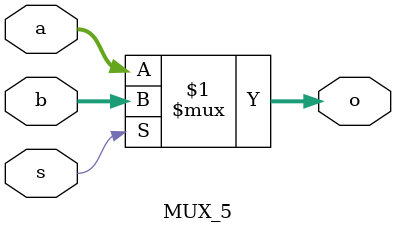
<source format=v>
`timescale 1ns/100ps
module MUX_5(a, b, s, o);

  input [4:0] a;
  input [4:0] b;
  input s;
  
  output [4:0] o;
  
  assign o = (s)?b:a;

endmodule

</source>
